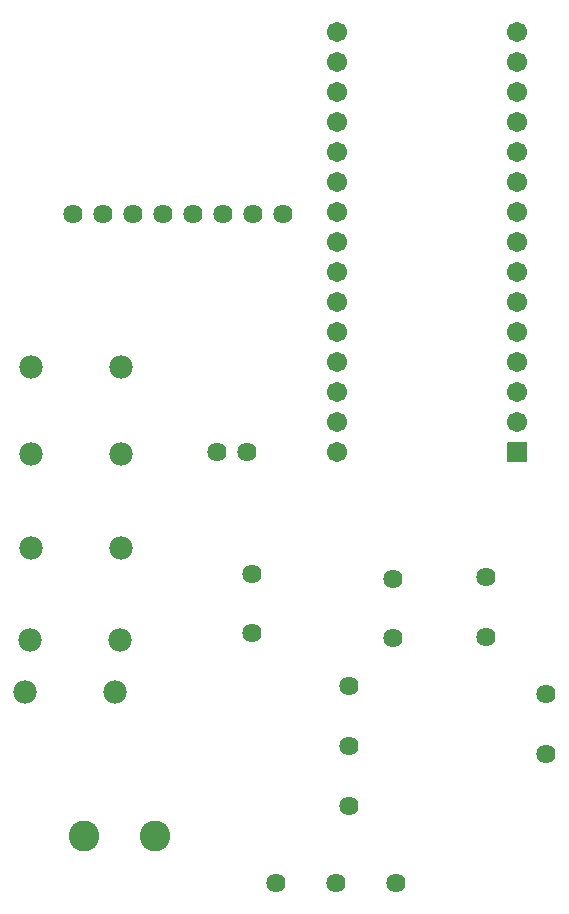
<source format=gbs>
G04 Layer: BottomSolderMaskLayer*
G04 EasyEDA v6.5.5, 2022-07-12 11:33:07*
G04 f1e15a90033e4b75946299fcb03ef411,10*
G04 Gerber Generator version 0.2*
G04 Scale: 100 percent, Rotated: No, Reflected: No *
G04 Dimensions in millimeters *
G04 leading zeros omitted , absolute positions ,4 integer and 5 decimal *
%FSLAX45Y45*%
%MOMM*%

%ADD24C,2.6000*%
%ADD25C,1.6256*%
%ADD27C,1.7112*%
%ADD29C,1.9812*%

%LPD*%
D24*
G01*
X1427200Y2222500D03*
G01*
X2027199Y2222500D03*
D25*
G01*
X4826000Y4419600D03*
G01*
X4826000Y3911600D03*
G01*
X5334000Y2921000D03*
G01*
X5334000Y3429000D03*
G01*
X4038600Y4402886D03*
G01*
X4038600Y3902887D03*
G01*
X2844800Y4440986D03*
G01*
X2844800Y3940987D03*
G01*
X2552700Y5473700D03*
G01*
X2806700Y5473700D03*
G36*
X5017261Y5388102D02*
G01*
X5017300Y5388140D01*
X5014252Y5388648D01*
X5011204Y5390172D01*
X5009172Y5392204D01*
X5007648Y5395252D01*
X5007140Y5398300D01*
X5007102Y5398262D01*
X5007102Y5549137D01*
X5007140Y5549099D01*
X5007648Y5552147D01*
X5009172Y5555195D01*
X5011204Y5557227D01*
X5014252Y5558751D01*
X5017300Y5559259D01*
X5017261Y5559297D01*
X5168138Y5559297D01*
X5168099Y5559259D01*
X5171147Y5558751D01*
X5174195Y5557227D01*
X5176227Y5555195D01*
X5177751Y5552147D01*
X5178259Y5549099D01*
X5178297Y5549137D01*
X5178297Y5398262D01*
X5178259Y5398300D01*
X5177751Y5395252D01*
X5176227Y5392204D01*
X5174195Y5390172D01*
X5171147Y5388648D01*
X5168099Y5388140D01*
X5168138Y5388102D01*
G37*
D27*
G01*
X5092700Y5727700D03*
G01*
X5092700Y5981700D03*
G01*
X5092700Y6235700D03*
G01*
X5092700Y6489700D03*
G01*
X5092700Y6743700D03*
G01*
X5092700Y6997700D03*
G01*
X5092700Y7251700D03*
G01*
X5092700Y7505700D03*
G01*
X5092700Y7759700D03*
G01*
X5092700Y8013700D03*
G01*
X5092700Y8267700D03*
G01*
X3568700Y5473700D03*
G01*
X3568700Y5727700D03*
G01*
X3568700Y5981700D03*
G01*
X3568700Y6235700D03*
G01*
X3568700Y6489700D03*
G01*
X3568700Y6743700D03*
G01*
X3568700Y7251700D03*
G01*
X3568700Y7505700D03*
G01*
X3568700Y8013700D03*
G01*
X3568700Y8267700D03*
G01*
X3568700Y7759700D03*
G01*
X3568700Y6997700D03*
G01*
X5092700Y8521700D03*
G01*
X5092700Y8775700D03*
G01*
X5092700Y9029700D03*
G01*
X3568700Y8521700D03*
G01*
X3568700Y8775700D03*
G01*
X3568700Y9029700D03*
D29*
G01*
X977900Y5461000D03*
G01*
X1739900Y5461000D03*
G01*
X977900Y6197600D03*
G01*
X1739900Y6197600D03*
G01*
X977900Y4660900D03*
G01*
X1739900Y4660900D03*
G01*
X965200Y3886200D03*
G01*
X1727200Y3886200D03*
G01*
X927100Y3441700D03*
G01*
X1689100Y3441700D03*
D25*
G01*
X3670300Y2476500D03*
G01*
X3670300Y2984500D03*
G01*
X3670300Y3492500D03*
G01*
X3048000Y1828800D03*
G01*
X3556000Y1828800D03*
G01*
X4064000Y1828800D03*
G01*
X1333500Y7493000D03*
G01*
X1587500Y7493000D03*
G01*
X1841500Y7493000D03*
G01*
X2095500Y7493000D03*
G01*
X2349500Y7493000D03*
G01*
X2603500Y7493000D03*
G01*
X2857500Y7493000D03*
G01*
X3111500Y7493000D03*
M02*

</source>
